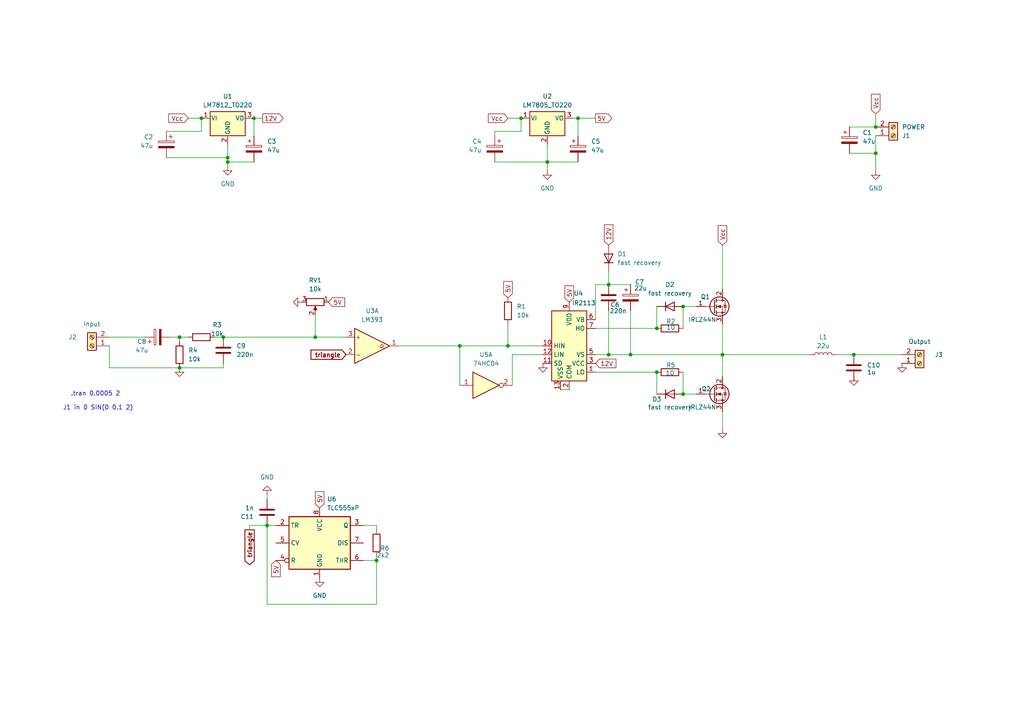
<source format=kicad_sch>
(kicad_sch (version 20250114) (generator "eeschema") (generator_version "9.0")
  (paper "A4")
  (title_block (title "Class D amplifier") (date "2025-09-20") (rev "0.6.1") (company "NTNU") (comment 1 "YYMN") (comment 2 "SKMS") (comment 3 "IELEG2213"))
  (lib_symbols
    (symbol "74xx:74HC04"
      (property "Reference" "U" (at 0 1.27 0))
      (property "Value" "74HC04" (at 0 -1.27 0))
      (symbol "74HC04_1_0"
        (polyline (pts (xy -3.81 3.81) (xy -3.81 -3.81) (xy 3.81 0) (xy -3.81 3.81)) (stroke (width 0.254)) (fill (type background)))
        (pin input line (at -7.62 0 0) (length 3.81) (name "~") (number "1"))
        (pin output inverted (at 7.62 0 180) (length 3.81) (name "~") (number "2"))
      )
      (symbol "74HC04_2_0"
        (polyline (pts (xy -3.81 3.81) (xy -3.81 -3.81) (xy 3.81 0) (xy -3.81 3.81)) (stroke (width 0.254)) (fill (type background)))
        (pin input line (at -7.62 0 0) (length 3.81) (name "~") (number "3"))
        (pin output inverted (at 7.62 0 180) (length 3.81) (name "~") (number "4"))
      )
      (symbol "74HC04_3_0"
        (polyline (pts (xy -3.81 3.81) (xy -3.81 -3.81) (xy 3.81 0) (xy -3.81 3.81)) (stroke (width 0.254)) (fill (type background)))
        (pin input line (at -7.62 0 0) (length 3.81) (name "~") (number "5"))
        (pin output inverted (at 7.62 0 180) (length 3.81) (name "~") (number "6"))
      )
      (symbol "74HC04_4_0"
        (polyline (pts (xy -3.81 3.81) (xy -3.81 -3.81) (xy 3.81 0) (xy -3.81 3.81)) (stroke (width 0.254)) (fill (type background)))
        (pin input line (at -7.62 0 0) (length 3.81) (name "~") (number "9"))
        (pin output inverted (at 7.62 0 180) (length 3.81) (name "~") (number "8"))
      )
      (symbol "74HC04_5_0"
        (polyline (pts (xy -3.81 3.81) (xy -3.81 -3.81) (xy 3.81 0) (xy -3.81 3.81)) (stroke (width 0.254)) (fill (type background)))
        (pin input line (at -7.62 0 0) (length 3.81) (name "~") (number "11"))
        (pin output inverted (at 7.62 0 180) (length 3.81) (name "~") (number "10"))
      )
      (symbol "74HC04_6_0"
        (polyline (pts (xy -3.81 3.81) (xy -3.81 -3.81) (xy 3.81 0) (xy -3.81 3.81)) (stroke (width 0.254)) (fill (type background)))
        (pin input line (at -7.62 0 0) (length 3.81) (name "~") (number "13"))
        (pin output inverted (at 7.62 0 180) (length 3.81) (name "~") (number "12"))
      )
      (symbol "74HC04_7_0"
        (pin power_in line (at 0 12.7 270) (length 5.08) (name "VCC") (number "14"))
        (pin power_in line (at 0 -12.7 90) (length 5.08) (name "GND") (number "7"))
      )
      (symbol "74HC04_7_1"
        (rectangle (start -5.08 7.62) (end 5.08 -7.62) (stroke (width 0.254)) (fill (type background)))
      )
    )
    (symbol "Comparator:LM393" (pin_names (offset 0.127))
      (property "Reference" "U" (at 3.81 3.81 0))
      (property "Value" "LM393" (at 6.35 -3.81 0))
      (symbol "LM393_1_1"
        (polyline (pts (xy -5.08 5.08) (xy 5.08 0) (xy -5.08 -5.08) (xy -5.08 5.08)) (stroke (width 0.254)) (fill (type background)))
        (polyline (pts (xy 3.302 -0.508) (xy 2.794 -0.508) (xy 3.302 0) (xy 2.794 0.508) (xy 2.286 0) (xy 2.794 -0.508) (xy 2.286 -0.508)) (stroke (width 0.127)))
        (pin input line (at -7.62 2.54 0) (length 2.54) (name "+") (number "3"))
        (pin input line (at -7.62 -2.54 0) (length 2.54) (name "-") (number "2"))
        (pin open_collector line (at 7.62 0 180) (length 2.54) (name "~") (number "1"))
      )
      (symbol "LM393_2_1"
        (polyline (pts (xy -5.08 5.08) (xy 5.08 0) (xy -5.08 -5.08) (xy -5.08 5.08)) (stroke (width 0.254)) (fill (type background)))
        (polyline (pts (xy 3.302 -0.508) (xy 2.794 -0.508) (xy 3.302 0) (xy 2.794 0.508) (xy 2.286 0) (xy 2.794 -0.508) (xy 2.286 -0.508)) (stroke (width 0.127)))
        (pin input line (at -7.62 2.54 0) (length 2.54) (name "+") (number "5"))
        (pin input line (at -7.62 -2.54 0) (length 2.54) (name "-") (number "6"))
        (pin open_collector line (at 7.62 0 180) (length 2.54) (name "~") (number "7"))
      )
      (symbol "LM393_3_1"
        (pin power_in line (at -2.54 7.62 270) (length 3.81) (name "V+") (number "8"))
        (pin power_in line (at -2.54 -7.62 90) (length 3.81) (name "V-") (number "4"))
      )
    )
    (symbol "Connector:Screw_Terminal_01x02" (pin_names (offset 1.016) (hide yes))
      (property "Reference" "J" (at 0 2.54 0))
      (property "Value" "Screw_Terminal_01x02" (at 0 -5.08 0))
      (symbol "Screw_Terminal_01x02_1_1"
        (rectangle (start -1.27 1.27) (end 1.27 -3.81) (stroke (width 0.254)) (fill (type background)))
        (polyline (pts (xy -0.5334 0.3302) (xy 0.3302 -0.508)) (stroke (width 0.1524)))
        (polyline (pts (xy -0.5334 -2.2098) (xy 0.3302 -3.048)) (stroke (width 0.1524)))
        (polyline (pts (xy -0.3556 0.508) (xy 0.508 -0.3302)) (stroke (width 0.1524)))
        (polyline (pts (xy -0.3556 -2.032) (xy 0.508 -2.8702)) (stroke (width 0.1524)))
        (circle (center 0 0) (radius 0.635) (stroke (width 0.1524)))
        (circle (center 0 -2.54) (radius 0.635) (stroke (width 0.1524)))
        (pin passive line (at -5.08 0 0) (length 3.81) (name "Pin_1") (number "1"))
        (pin passive line (at -5.08 -2.54 0) (length 3.81) (name "Pin_2") (number "2"))
      )
    )
    (symbol "Device:C" (pin_numbers (hide yes)) (pin_names (offset 0.254))
      (property "Reference" "C" (at 0.635 2.54 0))
      (property "Value" "C" (at 0.635 -2.54 0))
      (symbol "C_0_1"
        (polyline (pts (xy -2.032 0.762) (xy 2.032 0.762)) (stroke (width 0.508)))
        (polyline (pts (xy -2.032 -0.762) (xy 2.032 -0.762)) (stroke (width 0.508)))
      )
      (symbol "C_1_1"
        (pin passive line (at 0 3.81 270) (length 2.794) (name "~") (number "1"))
        (pin passive line (at 0 -3.81 90) (length 2.794) (name "~") (number "2"))
      )
    )
    (symbol "Device:C_Polarized" (pin_numbers (hide yes)) (pin_names (offset 0.254))
      (property "Reference" "C" (at 0.635 2.54 0))
      (property "Value" "C_Polarized" (at 0.635 -2.54 0))
      (symbol "C_Polarized_0_1"
        (rectangle (start -2.286 0.508) (end 2.286 1.016))
        (polyline (pts (xy -1.778 2.286) (xy -0.762 2.286)))
        (polyline (pts (xy -1.27 2.794) (xy -1.27 1.778)))
        (rectangle (start 2.286 -0.508) (end -2.286 -1.016) (fill (type outline)))
      )
      (symbol "C_Polarized_1_1"
        (pin passive line (at 0 3.81 270) (length 2.794) (name "~") (number "1"))
        (pin passive line (at 0 -3.81 90) (length 2.794) (name "~") (number "2"))
      )
    )
    (symbol "Device:L" (pin_numbers (hide yes)) (pin_names (offset 1.016) (hide yes))
      (property "Reference" "L" (at -1.27 0 90))
      (property "Value" "L" (at 1.905 0 90))
      (symbol "L_0_1"
        (arc (start 0 2.54) (mid 0.6323 1.905) (end 0 1.27))
        (arc (start 0 1.27) (mid 0.6323 0.635) (end 0 0))
        (arc (start 0 0) (mid 0.6323 -0.635) (end 0 -1.27))
        (arc (start 0 -1.27) (mid 0.6323 -1.905) (end 0 -2.54))
      )
      (symbol "L_1_1"
        (pin passive line (at 0 3.81 270) (length 1.27) (name "1") (number "1"))
        (pin passive line (at 0 -3.81 90) (length 1.27) (name "2") (number "2"))
      )
    )
    (symbol "Device:R" (pin_numbers (hide yes)) (pin_names (offset 0))
      (property "Reference" "R" (at 2.032 0 90))
      (property "Value" "R" (at 0 0 90))
      (symbol "R_0_1"
        (rectangle (start -1.016 -2.54) (end 1.016 2.54) (stroke (width 0.254)))
      )
      (symbol "R_1_1"
        (pin passive line (at 0 3.81 270) (length 1.27) (name "~") (number "1"))
        (pin passive line (at 0 -3.81 90) (length 1.27) (name "~") (number "2"))
      )
    )
    (symbol "Device:R_Potentiometer" (pin_names (offset 1.016) (hide yes))
      (property "Reference" "RV" (at -4.445 0 90))
      (property "Value" "R_Potentiometer" (at -2.54 0 90))
      (symbol "R_Potentiometer_0_1"
        (rectangle (start 1.016 2.54) (end -1.016 -2.54) (stroke (width 0.254)))
        (polyline (pts (xy 1.143 0) (xy 2.286 0.508) (xy 2.286 -0.508) (xy 1.143 0)) (fill (type outline)))
        (polyline (pts (xy 2.54 0) (xy 1.524 0)))
      )
      (symbol "R_Potentiometer_1_1"
        (pin passive line (at 0 3.81 270) (length 1.27) (name "1") (number "1"))
        (pin passive line (at 0 -3.81 90) (length 1.27) (name "3") (number "3"))
        (pin passive line (at 3.81 0 180) (length 1.27) (name "2") (number "2"))
      )
    )
    (symbol "Diode:1N4007" (pin_numbers (hide yes)) (pin_names (hide yes))
      (property "Reference" "D" (at 0 2.54 0))
      (property "Value" "1N4007" (at 0 -2.54 0))
      (symbol "1N4007_0_1"
        (polyline (pts (xy -1.27 1.27) (xy -1.27 -1.27)) (stroke (width 0.254)))
        (polyline (pts (xy 1.27 1.27) (xy 1.27 -1.27) (xy -1.27 0) (xy 1.27 1.27)) (stroke (width 0.254)))
        (polyline (pts (xy 1.27 0) (xy -1.27 0)))
      )
      (symbol "1N4007_1_1"
        (pin passive line (at -3.81 0 0) (length 2.54) (name "K") (number "1"))
        (pin passive line (at 3.81 0 180) (length 2.54) (name "A") (number "2"))
      )
    )
    (symbol "Driver_FET:IR2113"
      (property "Reference" "U" (at 1.27 13.335 0))
      (property "Value" "IR2113" (at 1.27 11.43 0))
      (symbol "IR2113_0_1"
        (rectangle (start -5.08 -10.16) (end 5.08 10.16) (stroke (width 0.254)) (fill (type background)))
      )
      (symbol "IR2113_1_1"
        (pin input line (at -7.62 0 0) (length 2.54) (name "HIN") (number "10"))
        (pin input line (at -7.62 -2.54 0) (length 2.54) (name "LIN") (number "12"))
        (pin input line (at -7.62 -5.08 0) (length 2.54) (name "SD") (number "11"))
        (pin no_connect line (at -5.08 7.62 0) (length 2.54) (hide yes) (name "NC") (number "4"))
        (pin no_connect line (at -5.08 5.08 0) (length 2.54) (hide yes) (name "NC") (number "8"))
        (pin no_connect line (at -5.08 2.54 0) (length 2.54) (hide yes) (name "NC") (number "14"))
        (pin power_in line (at -2.54 -12.7 90) (length 2.54) (name "VSS") (number "13"))
        (pin power_in line (at 0 12.7 270) (length 2.54) (name "VDD") (number "9"))
        (pin power_in line (at 0 -12.7 90) (length 2.54) (name "COM") (number "2"))
        (pin passive line (at 7.62 7.62 180) (length 2.54) (name "VB") (number "6"))
        (pin output line (at 7.62 5.08 180) (length 2.54) (name "HO") (number "7"))
        (pin passive line (at 7.62 -2.54 180) (length 2.54) (name "VS") (number "5"))
        (pin power_in line (at 7.62 -5.08 180) (length 2.54) (name "VCC") (number "3"))
        (pin output line (at 7.62 -7.62 180) (length 2.54) (name "LO") (number "1"))
      )
    )
    (symbol "Regulator_Linear:LM7805_TO220" (pin_names (offset 0.254))
      (property "Reference" "U" (at -3.81 3.175 0))
      (property "Value" "LM7805_TO220" (at 0 3.175 0))
      (symbol "LM7805_TO220_0_1"
        (rectangle (start -5.08 1.905) (end 5.08 -5.08) (stroke (width 0.254)) (fill (type background)))
      )
      (symbol "LM7805_TO220_1_1"
        (pin power_in line (at -7.62 0 0) (length 2.54) (name "VI") (number "1"))
        (pin power_in line (at 0 -7.62 90) (length 2.54) (name "GND") (number "2"))
        (pin power_out line (at 7.62 0 180) (length 2.54) (name "VO") (number "3"))
      )
    )
    (symbol "Regulator_Linear:LM7812_TO220" (pin_names (offset 0.254))
      (property "Reference" "U" (at -3.81 3.175 0))
      (property "Value" "LM7812_TO220" (at 0 3.175 0))
      (symbol "LM7812_TO220_0_1"
        (rectangle (start -5.08 1.905) (end 5.08 -5.08) (stroke (width 0.254)) (fill (type background)))
      )
      (symbol "LM7812_TO220_1_1"
        (pin power_in line (at -7.62 0 0) (length 2.54) (name "VI") (number "1"))
        (pin power_in line (at 0 -7.62 90) (length 2.54) (name "GND") (number "2"))
        (pin power_out line (at 7.62 0 180) (length 2.54) (name "VO") (number "3"))
      )
    )
    (symbol "Timer:TLC555xP"
      (property "Reference" "U" (at -10.16 8.89 0))
      (property "Value" "TLC555xP" (at 2.54 8.89 0))
      (symbol "TLC555xP_0_0"
        (pin power_in line (at 0 10.16 270) (length 2.54) (name "VCC") (number "8"))
        (pin power_in line (at 0 -10.16 90) (length 2.54) (name "GND") (number "1"))
      )
      (symbol "TLC555xP_0_1"
        (rectangle (start -8.89 -7.62) (end 8.89 7.62) (stroke (width 0.254)) (fill (type background)))
        (rectangle (start -8.89 -7.62) (end 8.89 7.62) (stroke (width 0.254)) (fill (type background)))
      )
      (symbol "TLC555xP_1_1"
        (pin input line (at -12.7 5.08 0) (length 3.81) (name "TR") (number "2"))
        (pin input line (at -12.7 0 0) (length 3.81) (name "CV") (number "5"))
        (pin input inverted (at -12.7 -5.08 0) (length 3.81) (name "R") (number "4"))
        (pin output line (at 12.7 5.08 180) (length 3.81) (name "Q") (number "3"))
        (pin input line (at 12.7 0 180) (length 3.81) (name "DIS") (number "7"))
        (pin input line (at 12.7 -5.08 180) (length 3.81) (name "THR") (number "6"))
      )
    )
    (symbol "Transistor_FET:IRLZ44N" (pin_names (hide yes))
      (property "Reference" "Q" (at 5.08 1.905 0))
      (property "Value" "IRLZ44N" (at 5.08 0 0))
      (symbol "IRLZ44N_0_1"
        (polyline (pts (xy 0.254 1.905) (xy 0.254 -1.905)) (stroke (width 0.254)))
        (polyline (pts (xy 0.254 0) (xy -2.54 0)))
        (polyline (pts (xy 0.762 2.286) (xy 0.762 1.27)) (stroke (width 0.254)))
        (polyline (pts (xy 0.762 0.508) (xy 0.762 -0.508)) (stroke (width 0.254)))
        (polyline (pts (xy 0.762 -1.27) (xy 0.762 -2.286)) (stroke (width 0.254)))
        (polyline (pts (xy 0.762 -1.778) (xy 3.302 -1.778) (xy 3.302 1.778) (xy 0.762 1.778)))
        (polyline (pts (xy 1.016 0) (xy 2.032 0.381) (xy 2.032 -0.381) (xy 1.016 0)) (fill (type outline)))
        (circle (center 1.651 0) (radius 2.794) (stroke (width 0.254)))
        (polyline (pts (xy 2.54 2.54) (xy 2.54 1.778)))
        (circle (center 2.54 1.778) (radius 0.254) (fill (type outline)))
        (circle (center 2.54 -1.778) (radius 0.254) (fill (type outline)))
        (polyline (pts (xy 2.54 -2.54) (xy 2.54 0) (xy 0.762 0)))
        (polyline (pts (xy 2.794 0.508) (xy 2.921 0.381) (xy 3.683 0.381) (xy 3.81 0.254)))
        (polyline (pts (xy 3.302 0.381) (xy 2.921 -0.254) (xy 3.683 -0.254) (xy 3.302 0.381)))
      )
      (symbol "IRLZ44N_1_1"
        (pin input line (at -5.08 0 0) (length 2.54) (name "G") (number "1"))
        (pin passive line (at 2.54 5.08 270) (length 2.54) (name "D") (number "2"))
        (pin passive line (at 2.54 -5.08 90) (length 2.54) (name "S") (number "3"))
      )
    )
    (symbol "power:GND" (power) (pin_numbers (hide yes)) (pin_names (offset 0) (hide yes))
      (property "Value" "GND" (at 0 -3.81 0))
      (symbol "GND_0_1"
        (polyline (pts (xy 0 0) (xy 0 -1.27) (xy 1.27 -1.27) (xy 0 -2.54) (xy -1.27 -1.27) (xy 0 -1.27)))
      )
      (symbol "GND_1_1"
        (pin power_in line (at 0 0 270) (length 0) (name "~") (number "1"))
      )
    )
  )
  (text ".tran 0.0005 2\n" (at 27.686 114.3 0) (effects (font (size 1.27 1.27))))
  (text "J1 in 0 SIN(0 0.1 2)\n\n" (at 28.448 119.38 0) (effects (font (size 1.27 1.27))))
  (junction (at 247.65 102.87))
  (junction (at 64.77 97.79))
  (junction (at 182.88 102.87))
  (junction (at 52.07 106.68))
  (junction (at 147.32 100.33))
  (junction (at 66.04 46.99))
  (junction (at 167.64 34.29))
  (junction (at 198.12 114.3))
  (junction (at 158.75 46.99))
  (junction (at 77.47 152.4))
  (junction (at 198.12 88.9))
  (junction (at 254 44.45))
  (junction (at 190.5 95.25))
  (junction (at 109.22 162.56))
  (junction (at 91.44 97.79))
  (junction (at 133.35 100.33))
  (junction (at 190.5 107.95))
  (junction (at 73.66 34.29))
  (junction (at 176.53 82.55))
  (junction (at 254 36.83))
  (junction (at 52.07 97.79))
  (junction (at 209.55 102.87))
  (junction (at 66.04 45.72))
  (junction (at 58.42 34.29))
  (junction (at 176.53 102.87))
  (junction (at 151.13 34.29))
  (wire (pts (xy 151.13 38.1) (xy 151.13 34.29)))
  (wire (pts (xy 64.77 97.79) (xy 91.44 97.79)))
  (wire (pts (xy 31.75 100.33) (xy 31.75 106.68)))
  (wire (pts (xy 31.75 97.79) (xy 41.91 97.79)))
  (wire (pts (xy 52.07 97.79) (xy 52.07 99.06)))
  (wire (pts (xy 158.75 46.99) (xy 167.64 46.99)))
  (wire (pts (xy 76.2 34.29) (xy 73.66 34.29)))
  (wire (pts (xy 105.41 152.4) (xy 109.22 152.4)))
  (wire (pts (xy 209.55 71.12) (xy 209.55 83.82)))
  (wire (pts (xy 209.55 119.38) (xy 209.55 124.46)))
  (wire (pts (xy 52.07 106.68) (xy 31.75 106.68)))
  (wire (pts (xy 80.01 152.4) (xy 77.47 152.4)))
  (wire (pts (xy 133.35 100.33) (xy 133.35 111.76)))
  (wire (pts (xy 133.35 100.33) (xy 147.32 100.33)))
  (wire (pts (xy 48.26 45.72) (xy 66.04 45.72)))
  (wire (pts (xy 147.32 100.33) (xy 157.48 100.33)))
  (wire (pts (xy 64.77 105.41) (xy 64.77 106.68)))
  (wire (pts (xy 198.12 114.3) (xy 201.93 114.3)))
  (wire (pts (xy 176.53 82.55) (xy 182.88 82.55)))
  (wire (pts (xy 148.59 102.87) (xy 148.59 111.76)))
  (wire (pts (xy 162.56 113.03) (xy 165.1 113.03)))
  (wire (pts (xy 109.22 175.26) (xy 109.22 162.56)))
  (wire (pts (xy 77.47 152.4) (xy 72.39 152.4)))
  (wire (pts (xy 254 44.45) (xy 254 49.53)))
  (wire (pts (xy 246.38 44.45) (xy 254 44.45)))
  (wire (pts (xy 172.72 107.95) (xy 190.5 107.95)))
  (wire (pts (xy 172.72 82.55) (xy 176.53 82.55)))
  (wire (pts (xy 209.55 93.98) (xy 209.55 102.87)))
  (wire (pts (xy 66.04 46.99) (xy 73.66 46.99)))
  (wire (pts (xy 190.5 107.95) (xy 190.5 114.3)))
  (wire (pts (xy 182.88 102.87) (xy 209.55 102.87)))
  (wire (pts (xy 66.04 46.99) (xy 66.04 45.72)))
  (wire (pts (xy 49.53 97.79) (xy 52.07 97.79)))
  (wire (pts (xy 66.04 48.26) (xy 66.04 46.99)))
  (wire (pts (xy 209.55 109.22) (xy 209.55 102.87)))
  (wire (pts (xy 190.5 88.9) (xy 190.5 95.25)))
  (wire (pts (xy 198.12 107.95) (xy 198.12 114.3)))
  (wire (pts (xy 176.53 78.74) (xy 176.53 82.55)))
  (wire (pts (xy 176.53 102.87) (xy 172.72 102.87)))
  (wire (pts (xy 246.38 36.83) (xy 254 36.83)))
  (wire (pts (xy 148.59 102.87) (xy 157.48 102.87)))
  (wire (pts (xy 147.32 93.98) (xy 147.32 100.33)))
  (wire (pts (xy 172.72 82.55) (xy 172.72 92.71)))
  (wire (pts (xy 198.12 88.9) (xy 201.93 88.9)))
  (wire (pts (xy 64.77 106.68) (xy 52.07 106.68)))
  (wire (pts (xy 247.65 102.87) (xy 261.62 102.87)))
  (wire (pts (xy 167.64 34.29) (xy 172.72 34.29)))
  (wire (pts (xy 100.33 97.79) (xy 91.44 97.79)))
  (wire (pts (xy 167.64 34.29) (xy 166.37 34.29)))
  (wire (pts (xy 77.47 144.78) (xy 77.47 143.51)))
  (wire (pts (xy 158.75 46.99) (xy 158.75 41.91)))
  (wire (pts (xy 54.61 34.29) (xy 58.42 34.29)))
  (wire (pts (xy 77.47 175.26) (xy 109.22 175.26)))
  (wire (pts (xy 209.55 102.87) (xy 234.95 102.87)))
  (wire (pts (xy 182.88 90.17) (xy 182.88 102.87)))
  (wire (pts (xy 77.47 152.4) (xy 77.47 175.26)))
  (wire (pts (xy 62.23 97.79) (xy 64.77 97.79)))
  (wire (pts (xy 254 39.37) (xy 254 44.45)))
  (wire (pts (xy 58.42 38.1) (xy 58.42 34.29)))
  (wire (pts (xy 143.51 38.1) (xy 151.13 38.1)))
  (wire (pts (xy 198.12 88.9) (xy 198.12 95.25)))
  (wire (pts (xy 147.32 34.29) (xy 151.13 34.29)))
  (wire (pts (xy 182.88 102.87) (xy 176.53 102.87)))
  (wire (pts (xy 167.64 34.29) (xy 167.64 39.37)))
  (wire (pts (xy 172.72 95.25) (xy 190.5 95.25)))
  (wire (pts (xy 109.22 162.56) (xy 105.41 162.56)))
  (wire (pts (xy 73.66 34.29) (xy 73.66 39.37)))
  (wire (pts (xy 91.44 91.44) (xy 91.44 97.79)))
  (wire (pts (xy 176.53 90.17) (xy 176.53 102.87)))
  (wire (pts (xy 48.26 38.1) (xy 58.42 38.1)))
  (wire (pts (xy 254 36.83) (xy 254 33.02)))
  (wire (pts (xy 247.65 110.49) (xy 247.65 109.22)))
  (wire (pts (xy 143.51 38.1) (xy 143.51 39.37)))
  (wire (pts (xy 52.07 97.79) (xy 54.61 97.79)))
  (wire (pts (xy 242.57 102.87) (xy 247.65 102.87)))
  (wire (pts (xy 109.22 161.29) (xy 109.22 162.56)))
  (wire (pts (xy 72.39 152.4) (xy 72.39 153.67)))
  (wire (pts (xy 109.22 152.4) (xy 109.22 153.67)))
  (wire (pts (xy 143.51 46.99) (xy 158.75 46.99)))
  (wire (pts (xy 115.57 100.33) (xy 133.35 100.33)))
  (wire (pts (xy 66.04 45.72) (xy 66.04 41.91)))
  (wire (pts (xy 158.75 46.99) (xy 158.75 49.53)))
  (global_label "12V" (shape input) (at 172.72 105.41 0) (property "Intersheetrefs" "${INTERSHEET_REFS}" (effects (hide yes))))
  (global_label "Vcc" (shape input) (at 54.61 34.29 180) (property "Intersheetrefs" "${INTERSHEET_REFS}" (effects (hide yes))))
  (global_label "5V" (shape output) (at 172.72 34.29 0) (property "Intersheetrefs" "${INTERSHEET_REFS}" (effects (hide yes))))
  (global_label "Vcc" (shape input) (at 147.32 34.29 180) (property "Intersheetrefs" "${INTERSHEET_REFS}" (effects (hide yes))))
  (global_label "12V" (shape output) (at 76.2 34.29 0) (property "Intersheetrefs" "${INTERSHEET_REFS}" (effects (hide yes))))
  (global_label "5V" (shape input) (at 147.32 86.36 90) (property "Intersheetrefs" "${INTERSHEET_REFS}" (effects (hide yes))))
  (global_label "Vcc" (shape input) (at 254 33.02 90) (property "Intersheetrefs" "${INTERSHEET_REFS}" (effects (hide yes))))
  (global_label "5V" (shape input) (at 92.71 147.32 90) (property "Intersheetrefs" "${INTERSHEET_REFS}" (effects (hide yes))))
  (global_label "12V" (shape input) (at 176.53 71.12 90) (property "Intersheetrefs" "${INTERSHEET_REFS}" (effects (hide yes))))
  (global_label "triangle" (shape input) (at 100.33 102.87 180) (effects (font (thickness 0.254) (bold yes))) (property "Intersheetrefs" "${INTERSHEET_REFS}" (effects (hide yes))))
  (global_label "5V" (shape input) (at 95.25 87.63 0) (property "Intersheetrefs" "${INTERSHEET_REFS}" (effects (hide yes))))
  (global_label "5V" (shape input) (at 80.01 162.56 270) (property "Intersheetrefs" "${INTERSHEET_REFS}" (effects (hide yes))))
  (global_label "5V" (shape input) (at 165.1 87.63 90) (property "Intersheetrefs" "${INTERSHEET_REFS}" (effects (hide yes))))
  (global_label "triangle" (shape output) (at 72.39 153.67 270) (effects (font (thickness 0.254) (bold yes))) (property "Intersheetrefs" "${INTERSHEET_REFS}" (effects (hide yes))))
  (global_label "Vcc" (shape input) (at 209.55 71.12 90) (property "Intersheetrefs" "${INTERSHEET_REFS}" (effects (hide yes))))
  (symbol (lib_id "Device:R_Potentiometer") (at 91.44 87.63 270) (unit 1)
    (property "Reference" "RV1" (at 91.44 81.28 90))
    (property "Value" "10k" (at 91.44 83.82 90))
    (property "Footprint" "Potentiometer_THT:Potentiometer_Bourns_3299P_Horizontal" (effects (hide yes)))
    (property "Description" "Potentiometer" (effects (hide yes)))
  )
  (symbol (lib_id "Device:C") (at 247.65 106.68 0) (unit 1)
    (property "Reference" "C10" (at 251.46 105.918 0) (effects (justify left)))
    (property "Value" "1u" (at 251.46 107.9499 0) (effects (justify left)))
    (property "Footprint" "Capacitor_THT:C_Rect_L18.0mm_W9.0mm_P15.00mm_FKS3_FKP3" (effects (hide yes)))
    (property "Description" "Unpolarized capacitor" (effects (hide yes)))
  )
  (symbol (lib_id "Comparator:LM393") (at 107.95 100.33 0) (unit 1)
    (property "Reference" "U3" (at 107.95 90.17 0))
    (property "Value" "LM393" (at 107.95 92.71 0))
    (property "Footprint" "Package_DIP:DIP-8_W7.62mm_Socket" (effects (hide yes)))
    (property "Datasheet" "http://www.ti.com/lit/ds/symlink/lm393.pdf" (effects (hide yes)))
    (property "Description" "Low-Power, Low-Offset Voltage, Dual Comparators, DIP-8/SOIC-8/TO-99-8" (effects (hide yes)))
  )
  (symbol (lib_id "power:GND") (at 52.07 106.68 0) (unit 1)
    (property "Reference" "#PWR07" (effects (hide yes)))
    (property "Value" "GND" (effects (hide yes)))
    (property "Description" "Power symbol creates a global label with name \"GND\" , ground" (effects (hide yes)))
  )
  (symbol (lib_id "Device:L") (at 238.76 102.87 90) (unit 1)
    (property "Reference" "L1" (at 238.76 97.79 90))
    (property "Value" "22u" (at 238.76 100.33 90))
    (property "Footprint" "Inductor_THT:L_Toroid_Vertical_L33.0mm_W17.8mm_P12.70mm_Pulse_KM-5" (effects (hide yes)))
    (property "Description" "Inductor" (effects (hide yes)))
  )
  (symbol (lib_id "power:GND") (at 87.63 87.63 270) (unit 1)
    (property "Reference" "#PWR04" (effects (hide yes)))
    (property "Value" "GND" (effects (hide yes)))
    (property "Description" "Power symbol creates a global label with name \"GND\" , ground" (effects (hide yes)))
  )
  (symbol (lib_id "Timer:TLC555xP") (at 92.71 157.48 0) (unit 1)
    (property "Reference" "U6" (at 94.8533 144.78 0) (effects (justify left)))
    (property "Value" "TLC555xP" (at 94.8533 147.32 0) (effects (justify left)))
    (property "Footprint" "Package_DIP:DIP-8_W7.62mm_Socket" (effects (hide yes)))
    (property "Datasheet" "http://www.ti.com/lit/ds/symlink/tlc555.pdf" (effects (hide yes)))
    (property "Description" "Single LinCMOS Timer, 555 compatible, PDIP-8" (effects (hide yes)))
  )
  (symbol (lib_id "Device:R") (at 147.32 90.17 0) (unit 1)
    (property "Reference" "R1" (at 149.86 88.8999 0) (effects (justify left)))
    (property "Value" "10k" (at 149.86 91.4399 0) (effects (justify left)))
    (property "Footprint" "Resistor_THT:R_Axial_DIN0207_L6.3mm_D2.5mm_P10.16mm_Horizontal" (effects (hide yes)))
    (property "Description" "Resistor" (effects (hide yes)))
  )
  (symbol (lib_id "power:GND") (at 158.75 49.53 0) (unit 1)
    (property "Reference" "#PWR02" (effects (hide yes)))
    (property "Value" "GND" (at 158.75 54.61 0))
    (property "Description" "Power symbol creates a global label with name \"GND\" , ground" (effects (hide yes)))
  )
  (symbol (lib_id "Device:C_Polarized") (at 48.26 41.91 0) (mirror y) (unit 1)
    (property "Reference" "C2" (at 44.45 39.7509 0) (effects (justify left)))
    (property "Value" "47u" (at 44.45 42.2909 0) (effects (justify left)))
    (property "Footprint" "Capacitor_THT:CP_Radial_D10.0mm_P5.00mm" (effects (hide yes)))
    (property "Description" "Polarized capacitor" (effects (hide yes)))
  )
  (symbol (lib_id "Regulator_Linear:LM7812_TO220") (at 66.04 34.29 0) (unit 1)
    (property "Reference" "U1" (at 66.04 27.94 0))
    (property "Value" "LM7812_TO220" (at 66.04 30.48 0))
    (property "Footprint" "Package_TO_SOT_THT:TO-220-3_Vertical" (effects (hide yes)))
    (property "Datasheet" "https://www.onsemi.cn/PowerSolutions/document/MC7800-D.PDF" (effects (hide yes)))
    (property "Description" "Positive 1A 35V Linear Regulator, Fixed Output 12V, TO-220" (effects (hide yes)))
  )
  (symbol (lib_id "power:GND") (at 261.62 105.41 0) (unit 1)
    (property "Reference" "#PWR06" (effects (hide yes)))
    (property "Value" "GND" (effects (hide yes)))
    (property "Description" "Power symbol creates a global label with name \"GND\" , ground" (effects (hide yes)))
  )
  (symbol (lib_id "Device:C") (at 64.77 101.6 0) (unit 1)
    (property "Reference" "C9" (at 68.58 100.3299 0) (effects (justify left)))
    (property "Value" "220n" (at 68.58 102.8699 0) (effects (justify left)))
    (property "Footprint" "Capacitor_THT:C_Rect_L10.0mm_W4.0mm_P7.50mm_FKS3_FKP3" (effects (hide yes)))
    (property "Description" "Unpolarized capacitor" (effects (hide yes)))
  )
  (symbol (lib_id "Diode:1N4007") (at 176.53 74.93 90) (unit 1)
    (property "Reference" "D1" (at 179.07 73.6599 90) (effects (justify right)))
    (property "Value" "fast recovery" (at 179.07 76.1999 90) (effects (justify right)))
    (property "Footprint" "Diode_THT:D_DO-41_SOD81_P10.16mm_Horizontal" (effects (hide yes)))
    (property "Datasheet" "http://www.vishay.com/docs/88503/1n4001.pdf" (effects (hide yes)))
    (property "Description" "1000V 1A General Purpose Rectifier Diode, DO-41" (effects (hide yes)))
    (property "Sim.Device" "D" (effects (hide yes)))
    (property "Sim.Pins" "1=K 2=A" (effects (hide yes)))
  )
  (symbol (lib_id "Connector:Screw_Terminal_01x02") (at 266.7 105.41 0) (mirror x) (unit 1) (exclude_from_sim yes)
    (property "Reference" "J3" (at 272.288 102.87 0))
    (property "Value" "Output" (at 266.7 99.06 0))
    (property "Footprint" "TerminalBlock_Phoenix:TerminalBlock_Phoenix_MKDS-1,5-2-5.08_1x02_P5.08mm_Horizontal" (effects (hide yes)))
    (property "Description" "Generic screw terminal, single row, 01x02, script generated (kicad-library-utils/schlib/autogen/connector/)" (effects (hide yes)))
  )
  (symbol (lib_id "Device:C_Polarized") (at 182.88 86.36 0) (unit 1)
    (property "Reference" "C7" (at 184.15 81.788 0) (effects (justify left)))
    (property "Value" "22u" (at 183.896 83.566 0) (effects (justify left)))
    (property "Footprint" "Capacitor_THT:C_Radial_D6.3mm_H11.0mm_P2.50mm" (effects (hide yes)))
    (property "Description" "Polarized capacitor" (effects (hide yes)))
  )
  (symbol (lib_id "Driver_FET:IR2113") (at 165.1 100.33 0) (unit 1)
    (property "Reference" "U4" (at 166.37 85.09 0) (effects (justify left)))
    (property "Value" "IR2113" (at 165.862 87.884 0) (effects (justify left)))
    (property "Footprint" "Package_DIP:DIP-14_W7.62mm_Socket" (effects (hide yes)))
    (property "Datasheet" "https://www.infineon.com/dgdl/ir2110.pdf?fileId=5546d462533600a4015355c80333167e" (effects (hide yes)))
    (property "Description" "High and Low Side Driver, 600V, 2.0/2.0A, PDIP-14" (effects (hide yes)))
  )
  (symbol (lib_id "power:GND") (at 209.55 124.46 0) (unit 1)
    (property "Reference" "#PWR09" (effects (hide yes)))
    (property "Value" "GND" (effects (hide yes)))
    (property "Description" "Power symbol creates a global label with name \"GND\" , ground" (effects (hide yes)))
  )
  (symbol (lib_id "power:GND") (at 77.47 143.51 180) (unit 1)
    (property "Reference" "#PWR010" (effects (hide yes)))
    (property "Value" "GND" (at 77.47 138.43 0))
    (property "Description" "Power symbol creates a global label with name \"GND\" , ground" (effects (hide yes)))
  )
  (symbol (lib_id "Connector:Screw_Terminal_01x02") (at 259.08 39.37 0) (mirror x) (unit 1) (exclude_from_sim yes)
    (property "Reference" "J1" (at 261.62 39.3701 0) (effects (justify left)))
    (property "Value" "POWER" (at 261.62 36.8301 0) (effects (justify left)))
    (property "Footprint" "TerminalBlock_Phoenix:TerminalBlock_Phoenix_MKDS-1,5-2-5.08_1x02_P5.08mm_Horizontal" (effects (hide yes)))
    (property "Description" "Generic screw terminal, single row, 01x02, script generated (kicad-library-utils/schlib/autogen/connector/)" (effects (hide yes)))
  )
  (symbol (lib_id "Device:C_Polarized") (at 73.66 43.18 0) (unit 1)
    (property "Reference" "C3" (at 77.47 41.0209 0) (effects (justify left)))
    (property "Value" "47u" (at 77.47 43.5609 0) (effects (justify left)))
    (property "Footprint" "Capacitor_THT:CP_Radial_D10.0mm_P5.00mm" (effects (hide yes)))
    (property "Description" "Polarized capacitor" (effects (hide yes)))
  )
  (symbol (lib_id "Device:C_Polarized") (at 246.38 40.64 0) (unit 1)
    (property "Reference" "C1" (at 250.19 38.4809 0) (effects (justify left)))
    (property "Value" "47u" (at 250.19 41.0209 0) (effects (justify left)))
    (property "Footprint" "Capacitor_THT:CP_Radial_D10.0mm_P5.00mm" (effects (hide yes)))
    (property "Description" "Polarized capacitor" (effects (hide yes)))
  )
  (symbol (lib_id "Transistor_FET:IRLZ44N") (at 207.01 114.3 0) (unit 1)
    (property "Reference" "Q2" (at 203.454 112.776 0) (effects (justify left)))
    (property "Value" "IRLZ44N" (at 199.644 118.11 0) (effects (justify left)))
    (property "Footprint" "Package_TO_SOT_THT:TO-220-3_Vertical" (effects (hide yes)))
    (property "Datasheet" "http://www.irf.com/product-info/datasheets/data/irlz44n.pdf" (effects (hide yes)))
    (property "Description" "47A Id, 55V Vds, 22mOhm Rds Single N-Channel HEXFET Power MOSFET, TO-220AB" (effects (hide yes)))
  )
  (symbol (lib_id "Diode:1N4007") (at 194.31 114.3 0) (unit 1)
    (property "Reference" "D3" (at 190.5 115.824 0))
    (property "Value" "fast recovery" (at 194.31 118.11 0))
    (property "Footprint" "Diode_THT:D_DO-41_SOD81_P10.16mm_Horizontal" (effects (hide yes)))
    (property "Datasheet" "http://www.vishay.com/docs/88503/1n4001.pdf" (effects (hide yes)))
    (property "Description" "1000V 1A General Purpose Rectifier Diode, DO-41" (effects (hide yes)))
    (property "Sim.Device" "D" (effects (hide yes)))
    (property "Sim.Pins" "1=K 2=A" (effects (hide yes)))
  )
  (symbol (lib_id "Regulator_Linear:LM7805_TO220") (at 158.75 34.29 0) (unit 1)
    (property "Reference" "U2" (at 158.75 27.94 0))
    (property "Value" "LM7805_TO220" (at 158.75 30.48 0))
    (property "Footprint" "Package_TO_SOT_THT:TO-220-3_Vertical" (effects (hide yes)))
    (property "Datasheet" "https://www.onsemi.cn/PowerSolutions/document/MC7800-D.PDF" (effects (hide yes)))
    (property "Description" "Positive 1A 35V Linear Regulator, Fixed Output 5V, TO-220" (effects (hide yes)))
  )
  (symbol (lib_id "Device:R") (at 194.31 107.95 90) (unit 1)
    (property "Reference" "R5" (at 194.564 105.918 90))
    (property "Value" "10" (at 194.31 108.204 90))
    (property "Footprint" "Resistor_THT:R_Axial_DIN0207_L6.3mm_D2.5mm_P10.16mm_Horizontal" (effects (hide yes)))
    (property "Description" "Resistor" (effects (hide yes)))
  )
  (symbol (lib_id "Device:R") (at 58.42 97.79 90) (unit 1)
    (property "Reference" "R3" (at 62.992 94.234 90))
    (property "Value" "10k" (at 62.992 96.774 90))
    (property "Footprint" "Resistor_THT:R_Axial_DIN0309_L9.0mm_D3.2mm_P5.08mm_Vertical" (effects (hide yes)))
    (property "Description" "Resistor" (effects (hide yes)))
  )
  (symbol (lib_id "Device:R") (at 194.31 95.25 90) (unit 1)
    (property "Reference" "R2" (at 194.564 93.218 90))
    (property "Value" "10" (at 194.564 94.996 90))
    (property "Footprint" "Resistor_THT:R_Axial_DIN0207_L6.3mm_D2.5mm_P10.16mm_Horizontal" (effects (hide yes)))
    (property "Description" "Resistor" (effects (hide yes)))
  )
  (symbol (lib_id "Device:C_Polarized") (at 167.64 43.18 0) (unit 1)
    (property "Reference" "C5" (at 171.45 41.0209 0) (effects (justify left)))
    (property "Value" "47u" (at 171.45 43.5609 0) (effects (justify left)))
    (property "Footprint" "Capacitor_THT:CP_Radial_D10.0mm_P5.00mm" (effects (hide yes)))
    (property "Description" "Polarized capacitor" (effects (hide yes)))
  )
  (symbol (lib_id "Diode:1N4007") (at 194.31 88.9 0) (unit 1)
    (property "Reference" "D2" (at 194.31 82.55 0))
    (property "Value" "fast recovery" (at 194.31 85.09 0))
    (property "Footprint" "Diode_THT:D_DO-41_SOD81_P10.16mm_Horizontal" (effects (hide yes)))
    (property "Datasheet" "http://www.vishay.com/docs/88503/1n4001.pdf" (effects (hide yes)))
    (property "Description" "1000V 1A General Purpose Rectifier Diode, DO-41" (effects (hide yes)))
    (property "Sim.Device" "D" (effects (hide yes)))
    (property "Sim.Pins" "1=K 2=A" (effects (hide yes)))
  )
  (symbol (lib_id "power:GND") (at 254 49.53 0) (unit 1)
    (property "Reference" "#PWR03" (effects (hide yes)))
    (property "Value" "GND" (at 254 54.61 0))
    (property "Description" "Power symbol creates a global label with name \"GND\" , ground" (effects (hide yes)))
  )
  (symbol (lib_id "Device:C") (at 77.47 148.59 180) (unit 1)
    (property "Reference" "C11" (at 73.66 149.8601 0) (effects (justify left)))
    (property "Value" "1n" (at 73.66 147.3201 0) (effects (justify left)))
    (property "Footprint" "Capacitor_THT:C_Disc_D3.4mm_W2.1mm_P2.50mm" (effects (hide yes)))
    (property "Description" "Unpolarized capacitor" (effects (hide yes)))
  )
  (symbol (lib_id "power:GND") (at 157.48 105.41 0) (unit 1)
    (property "Reference" "#PWR05" (effects (hide yes)))
    (property "Value" "GND" (effects (hide yes)))
    (property "Description" "Power symbol creates a global label with name \"GND\" , ground" (effects (hide yes)))
  )
  (symbol (lib_id "Device:C_Polarized") (at 143.51 43.18 0) (mirror y) (unit 1)
    (property "Reference" "C4" (at 139.7 41.0209 0) (effects (justify left)))
    (property "Value" "47u" (at 139.7 43.5609 0) (effects (justify left)))
    (property "Footprint" "Capacitor_THT:CP_Radial_D10.0mm_P5.00mm" (effects (hide yes)))
    (property "Description" "Polarized capacitor" (effects (hide yes)))
  )
  (symbol (lib_id "Connector:Screw_Terminal_01x02") (at 26.67 100.33 180) (unit 1) (exclude_from_sim yes)
    (property "Reference" "J2" (at 21.082 97.79 0))
    (property "Value" "Input" (at 26.67 93.98 0))
    (property "Footprint" "TerminalBlock_Phoenix:TerminalBlock_Phoenix_MKDS-1,5-2-5.08_1x02_P5.08mm_Horizontal" (effects (hide yes)))
    (property "Description" "Generic screw terminal, single row, 01x02, script generated (kicad-library-utils/schlib/autogen/connector/)" (effects (hide yes)))
  )
  (symbol (lib_id "Device:R") (at 109.22 157.48 0) (unit 1)
    (property "Reference" "R6" (at 110.236 159.004 0) (effects (justify left)))
    (property "Value" "2k2" (at 109.22 161.036 0) (effects (justify left)))
    (property "Footprint" "Resistor_THT:R_Axial_DIN0309_L9.0mm_D3.2mm_P5.08mm_Vertical" (effects (hide yes)))
    (property "Description" "Resistor" (effects (hide yes)))
  )
  (symbol (lib_id "power:GND") (at 92.71 167.64 0) (unit 1)
    (property "Reference" "#PWR011" (effects (hide yes)))
    (property "Value" "GND" (at 92.71 172.72 0))
    (property "Description" "Power symbol creates a global label with name \"GND\" , ground" (effects (hide yes)))
  )
  (symbol (lib_id "74xx:74HC04") (at 140.97 111.76 0) (unit 1)
    (property "Reference" "U5" (at 140.97 102.87 0))
    (property "Value" "74HC04" (at 140.97 105.41 0))
    (property "Footprint" "Package_DIP:DIP-14_W7.62mm_Socket" (effects (hide yes)))
    (property "Datasheet" "https://assets.nexperia.com/documents/data-sheet/74HC_HCT04.pdf" (effects (hide yes)))
    (property "Description" "Hex Inverter" (effects (hide yes)))
  )
  (symbol (lib_id "Transistor_FET:IRLZ44N") (at 207.01 88.9 0) (unit 1)
    (property "Reference" "Q1" (at 203.2 86.106 0) (effects (justify left)))
    (property "Value" "IRLZ44N" (at 199.644 92.71 0) (effects (justify left)))
    (property "Footprint" "Package_TO_SOT_THT:TO-220-3_Vertical" (effects (hide yes)))
    (property "Datasheet" "http://www.irf.com/product-info/datasheets/data/irlz44n.pdf" (effects (hide yes)))
    (property "Description" "47A Id, 55V Vds, 22mOhm Rds Single N-Channel HEXFET Power MOSFET, TO-220AB" (effects (hide yes)))
  )
  (symbol (lib_id "power:GND") (at 66.04 48.26 0) (unit 1)
    (property "Reference" "#PWR01" (effects (hide yes)))
    (property "Value" "GND" (at 66.04 53.34 0))
    (property "Description" "Power symbol creates a global label with name \"GND\" , ground" (effects (hide yes)))
  )
  (symbol (lib_id "Device:C_Polarized") (at 45.72 97.79 90) (unit 1)
    (property "Reference" "C8" (at 41.148 99.06 90))
    (property "Value" "47u" (at 41.148 101.6 90))
    (property "Footprint" "Capacitor_THT:CP_Radial_D10.0mm_P5.00mm" (effects (hide yes)))
    (property "Description" "Polarized capacitor" (effects (hide yes)))
  )
  (symbol (lib_id "Device:C") (at 176.53 86.36 0) (unit 1)
    (property "Reference" "C6" (at 177.038 88.392 0) (effects (justify left)))
    (property "Value" "220n" (at 176.784 90.17 0) (effects (justify left)))
    (property "Footprint" "Capacitor_THT:C_Rect_L10.0mm_W4.0mm_P7.50mm_FKS3_FKP3" (effects (hide yes)))
    (property "Description" "Unpolarized capacitor" (effects (hide yes)))
  )
  (symbol (lib_id "power:GND") (at 247.65 109.22 0) (unit 1)
    (property "Reference" "#PWR08" (effects (hide yes)))
    (property "Value" "GND" (effects (hide yes)))
    (property "Description" "Power symbol creates a global label with name \"GND\" , ground" (effects (hide yes)))
  )
  (symbol (lib_id "Device:R") (at 52.07 102.87 0) (unit 1)
    (property "Reference" "R4" (at 54.61 101.5999 0) (effects (justify left)))
    (property "Value" "10k" (at 54.61 104.1399 0) (effects (justify left)))
    (property "Footprint" "Resistor_THT:R_Axial_DIN0207_L6.3mm_D2.5mm_P10.16mm_Horizontal" (effects (hide yes)))
    (property "Description" "Resistor" (effects (hide yes)))
  )
)
</source>
